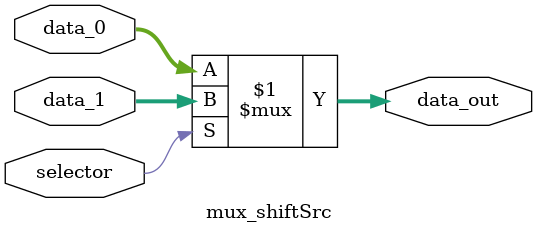
<source format=v>
module mux_shiftSrc (
    input wire selector,
    input wire [31:0] data_0,
    input wire [31:0] data_1,
    output wire [31:0] data_out
);
    
    assign data_out = (selector) ? data_1 : data_0;

endmodule
</source>
